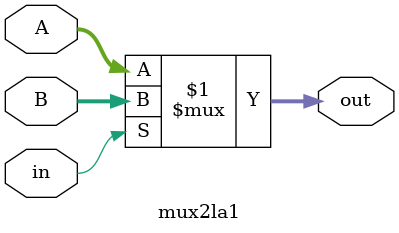
<source format=v>
`timescale 1ns / 1ps


module mux2la1(
    input in,
    input [7:0] A,
    input [7:0] B,
    output [7:0] out
    );
    
    assign out = in ? B : A;
    
endmodule

</source>
